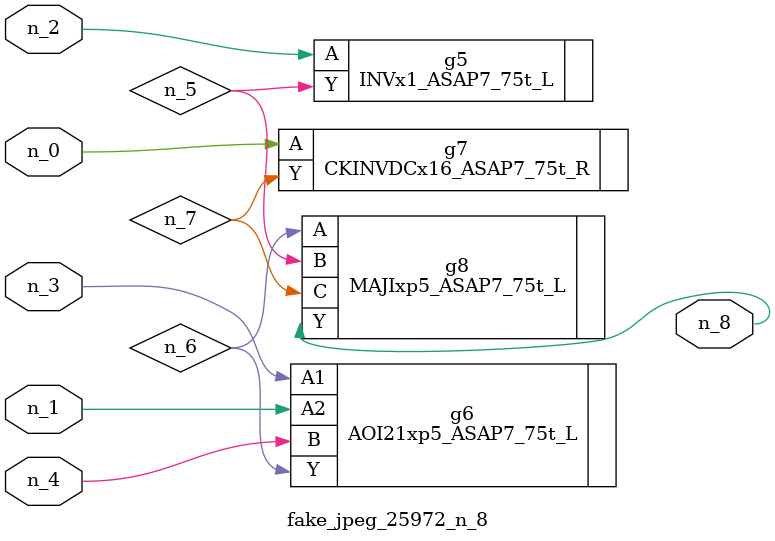
<source format=v>
module fake_jpeg_25972_n_8 (n_3, n_2, n_1, n_0, n_4, n_8);

input n_3;
input n_2;
input n_1;
input n_0;
input n_4;

output n_8;

wire n_6;
wire n_5;
wire n_7;

INVx1_ASAP7_75t_L g5 ( 
.A(n_2),
.Y(n_5)
);

AOI21xp5_ASAP7_75t_L g6 ( 
.A1(n_3),
.A2(n_1),
.B(n_4),
.Y(n_6)
);

CKINVDCx16_ASAP7_75t_R g7 ( 
.A(n_0),
.Y(n_7)
);

MAJIxp5_ASAP7_75t_L g8 ( 
.A(n_6),
.B(n_5),
.C(n_7),
.Y(n_8)
);


endmodule
</source>
